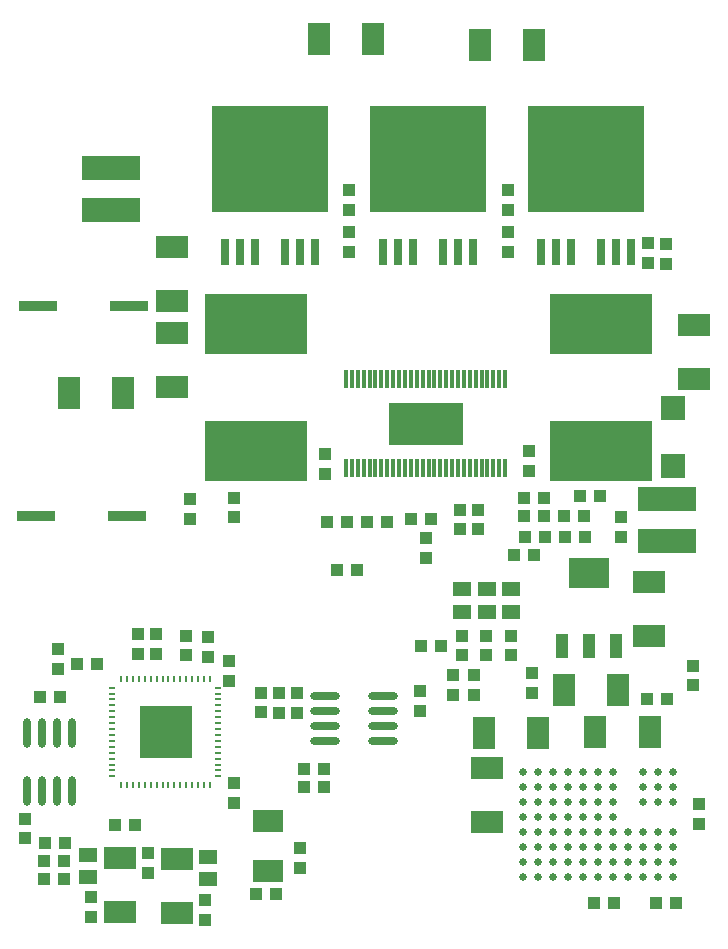
<source format=gbp>
%FSTAX23Y23*%
%MOIN*%
%SFA1B1*%

%IPPOS*%
%ADD10R,0.039370X0.043310*%
%ADD11R,0.043310X0.039370*%
%ADD13R,0.102360X0.074800*%
%ADD17R,0.137800X0.098430*%
%ADD18R,0.039370X0.078740*%
%ADD23R,0.059060X0.051180*%
%ADD24R,0.074800X0.106300*%
%ADD30R,0.029530X0.089960*%
%ADD31R,0.391540X0.354920*%
%ADD55R,0.177160X0.177160*%
%ADD56O,0.025590X0.009840*%
%ADD57O,0.009840X0.025590*%
%ADD58R,0.106300X0.074800*%
%ADD59R,0.344490X0.204720*%
%ADD60O,0.027560X0.098430*%
%ADD61C,0.024800*%
%ADD62R,0.196850X0.078740*%
%ADD63R,0.125980X0.037400*%
%ADD64O,0.098430X0.027560*%
%ADD66R,0.011810X0.061020*%
%ADD67R,0.078740X0.078740*%
%ADD114R,0.250000X0.142130*%
%LNninja_3_2_pcb-1*%
%LPD*%
G54D10*
X0212Y02295D03*
Y02228D03*
X0218Y02225D03*
Y02291D03*
X01655Y0247D03*
Y02403D03*
Y02265D03*
Y02331D03*
X01125Y02403D03*
Y0247D03*
Y02265D03*
Y02331D03*
X0042Y00925D03*
Y00991D03*
X0048D03*
Y00925D03*
X0083Y0073D03*
Y00796D03*
X00455Y0026D03*
Y00193D03*
X0089Y00795D03*
Y00728D03*
X0095Y00795D03*
Y00728D03*
X01725Y016D03*
Y01533D03*
X01555Y0134D03*
Y01406D03*
X0147Y00855D03*
Y00788D03*
X0154Y00855D03*
Y00788D03*
X01735Y0086D03*
Y00793D03*
X01495Y0134D03*
Y01406D03*
X015Y0092D03*
Y00986D03*
X0158Y0092D03*
Y00986D03*
X01665Y0092D03*
Y00986D03*
X0229Y00425D03*
Y00358D03*
X0058Y0092D03*
Y00986D03*
X00155Y00875D03*
Y00941D03*
X00045Y0031D03*
Y00376D03*
X00655Y00915D03*
Y00981D03*
X0074Y00495D03*
Y00428D03*
X00725Y00835D03*
Y00901D03*
X00645Y00105D03*
Y00038D03*
X00265Y00115D03*
Y00048D03*
X0096Y00279D03*
Y00212D03*
X01045Y0159D03*
Y01523D03*
X0136Y008D03*
Y00733D03*
X0074Y0138D03*
Y01446D03*
X00595Y01375D03*
Y01441D03*
X0227Y0082D03*
Y00886D03*
X0138Y0131D03*
Y01243D03*
X0203Y0138D03*
Y01313D03*
G54D11*
X00285Y0089D03*
X00218D03*
X00095Y0078D03*
X00161D03*
X00178Y00294D03*
X00111D03*
X00175Y00235D03*
X00108D03*
Y00175D03*
X00175D03*
X00975Y0054D03*
X01041D03*
X00975Y0048D03*
X01041D03*
X0171Y01315D03*
X01776D03*
X01845D03*
X01911D03*
X01708Y01385D03*
X01775D03*
X0125Y01365D03*
X01183D03*
X02215Y00095D03*
X02148D03*
X0194D03*
X02006D03*
X0041Y00355D03*
X00343D03*
X00815Y00124D03*
X00881D03*
X01085Y01205D03*
X01151D03*
X01675Y01255D03*
X01741D03*
X0133Y01375D03*
X01396D03*
X01775Y01445D03*
X01708D03*
X01906Y01385D03*
X0184D03*
X0105Y01365D03*
X01116D03*
X02185Y00775D03*
X02118D03*
X01365Y0095D03*
X01431D03*
X01895Y0145D03*
X01961D03*
G54D13*
X00855Y00369D03*
Y002D03*
G54D17*
X01924Y01194D03*
G54D18*
X02015Y0095D03*
X01924D03*
X01833D03*
G54D23*
X015Y01065D03*
Y0114D03*
X01582Y01065D03*
Y0114D03*
X01665Y01065D03*
Y0114D03*
X00655Y00175D03*
Y00249D03*
X00255Y00181D03*
Y00256D03*
G54D24*
X01741Y02955D03*
X0156D03*
X00371Y01795D03*
X0019D03*
X01023Y02975D03*
X01205D03*
X01839Y00805D03*
X0202D03*
X01573Y0066D03*
X01755D03*
X02126Y00665D03*
X01945D03*
G54D30*
X0101Y02265D03*
X0096D03*
X0091D03*
X0081D03*
X0076D03*
X0071D03*
X01537D03*
X01487D03*
X01437D03*
X01337D03*
X01287D03*
X01237D03*
X02065D03*
X02015D03*
X01965D03*
X01865D03*
X01815D03*
X01765D03*
G54D31*
X0086Y02576D03*
X01387D03*
X01915D03*
G54D55*
X00512Y00665D03*
G54D56*
X00688Y00517D03*
Y00537D03*
Y00556D03*
Y00576D03*
Y00596D03*
Y00615D03*
Y00635D03*
Y00655D03*
Y00674D03*
Y00694D03*
Y00714D03*
Y00733D03*
Y00753D03*
Y00773D03*
Y00792D03*
Y00812D03*
X00335D03*
Y00792D03*
Y00773D03*
Y00753D03*
Y00733D03*
Y00714D03*
Y00694D03*
Y00674D03*
Y00655D03*
Y00635D03*
Y00615D03*
Y00596D03*
Y00576D03*
Y00556D03*
Y00537D03*
Y00517D03*
G54D57*
X00659Y00841D03*
X00639D03*
X0062D03*
X006D03*
X0058D03*
X00561D03*
X00541D03*
X00521D03*
X00502D03*
X00482D03*
X00462D03*
X00443D03*
X00423D03*
X00403D03*
X00384D03*
X00364D03*
Y00488D03*
X00384D03*
X00403D03*
X00423D03*
X00443D03*
X00462D03*
X00482D03*
X00502D03*
X00521D03*
X00541D03*
X00561D03*
X0058D03*
X006D03*
X0062D03*
X00639D03*
X00659D03*
G54D58*
X00535Y02281D03*
Y021D03*
X0055Y00241D03*
Y0006D03*
X0036Y00244D03*
Y00063D03*
X02125Y01166D03*
Y00985D03*
X02275Y02021D03*
Y0184D03*
X00535Y01813D03*
Y01995D03*
X01585Y00365D03*
Y00546D03*
G54D59*
X00812Y02025D03*
Y016D03*
X01964Y02025D03*
Y016D03*
G54D60*
X0005Y00661D03*
X001D03*
X0015D03*
X002D03*
X0005Y00468D03*
X001D03*
X0015D03*
X002D03*
G54D61*
X01705Y00331D03*
Y00281D03*
Y00231D03*
Y00181D03*
Y00531D03*
X01755D03*
X01805D03*
X01855D03*
X01905D03*
X01955D03*
X02005D03*
X02105D03*
X02155D03*
X02205D03*
Y00481D03*
X02155D03*
X02105D03*
X02005D03*
X01955D03*
X01905D03*
X01855D03*
X01805D03*
X01755D03*
X01705D03*
X02205Y00431D03*
X02155D03*
X02105D03*
X02005D03*
X01955D03*
X01905D03*
X01855D03*
X01805D03*
X01755D03*
X01705D03*
X02005Y00381D03*
X01955D03*
X01905D03*
X01855D03*
X01805D03*
X01755D03*
X01705D03*
X02205Y00331D03*
X02155D03*
X02105D03*
X02055D03*
X02005D03*
X01955D03*
X01905D03*
X01855D03*
X01805D03*
X01755D03*
X02205Y00281D03*
X02155D03*
X02105D03*
X02055D03*
X02005D03*
X01955D03*
X01905D03*
X01855D03*
X01805D03*
X01755D03*
X02205Y00231D03*
X02155D03*
X02105D03*
X02055D03*
X02005D03*
X01955D03*
X01905D03*
X01855D03*
X01805D03*
X01755D03*
X02205Y00181D03*
X02155D03*
X02105D03*
X02055D03*
X02005D03*
X01955D03*
X01905D03*
X01855D03*
X01805D03*
X01755D03*
G54D62*
X02185Y0144D03*
Y013D03*
X0033Y02545D03*
Y02405D03*
G54D63*
X00086Y02085D03*
X0039D03*
X00081Y01385D03*
X00385D03*
G54D64*
X01236Y00785D03*
Y00735D03*
Y00685D03*
Y00635D03*
X01043Y00785D03*
Y00735D03*
Y00685D03*
Y00635D03*
G54D66*
X01645Y0184D03*
X01625D03*
X01605D03*
X01585D03*
X01566D03*
X01546D03*
X01526D03*
X01507D03*
X01487D03*
X01467D03*
X01448D03*
X01428D03*
X01408D03*
X01389D03*
X01369D03*
X01349D03*
X0133D03*
X0131D03*
X0129D03*
X0127D03*
X01251D03*
X01231D03*
X01211D03*
X01192D03*
X01172D03*
X01152D03*
X01133Y0184D03*
X01113Y0184D03*
Y01545D03*
X01133D03*
X01152D03*
X01172D03*
X01192D03*
X01211D03*
X01231D03*
X01251D03*
X0127D03*
X0129D03*
X0131D03*
X0133D03*
X01349D03*
X01369D03*
X01389D03*
X01408D03*
X01428D03*
X01448D03*
X01467D03*
X01487D03*
X01507D03*
X01526D03*
X01546D03*
X01566D03*
X01585D03*
X01605D03*
X01625D03*
X01645D03*
G54D67*
X02205Y0155D03*
Y01745D03*
G54D114*
X01379Y01692D03*
M02*
</source>
